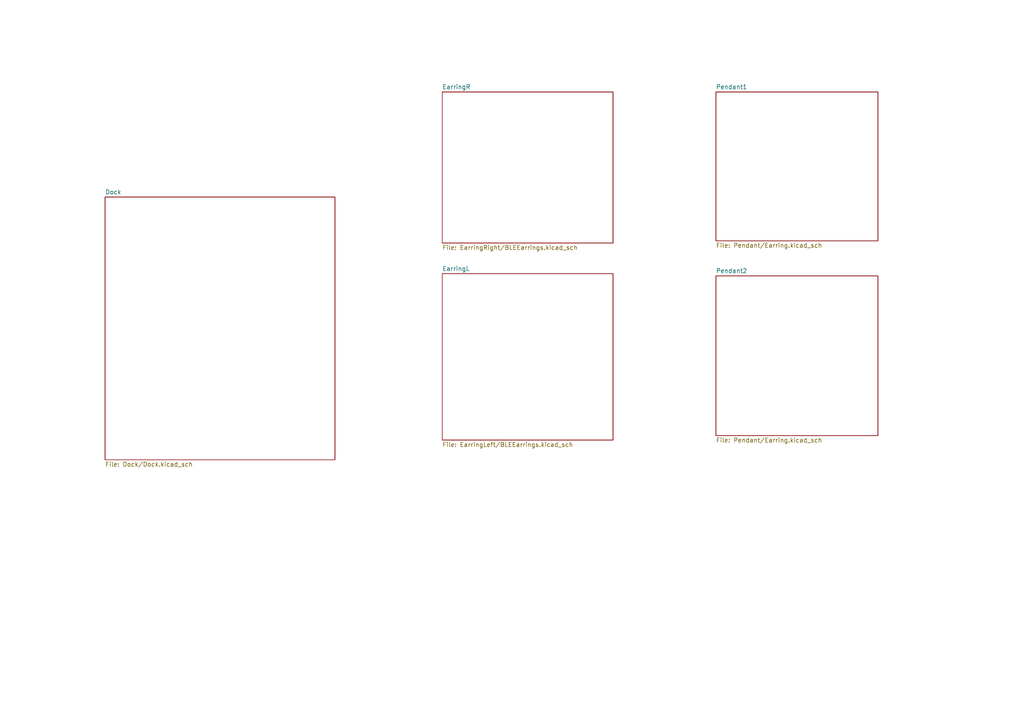
<source format=kicad_sch>
(kicad_sch (version 20230121) (generator eeschema)
  (paper "A4")
  (lib_symbols)
  (sheet (at 128.27 26.67) (size 49.53 43.815) (stroke (width 0.1524))
    (property "Sheetname" "EarringR" (at 128.27 25.9584 0) (effects (justify left bottom)))
    (property "Sheetfile" "EarringRight/BLEEarrings.kicad_sch" (at 128.27 71.0696 0) (effects (justify left top)))
  )
  (sheet (at 207.645 80.01) (size 46.99 46.355) (stroke (width 0.1524))
    (property "Sheetname" "Pendant2" (at 207.645 79.2984 0) (effects (justify left bottom)))
    (property "Sheetfile" "Pendant/Earring.kicad_sch" (at 207.645 126.9496 0) (effects (justify left top)))
  )
  (sheet (at 30.48 57.15) (size 66.675 76.2) (stroke (width 0.1524))
    (property "Sheetname" "Dock" (at 30.48 56.4384 0) (effects (justify left bottom)))
    (property "Sheetfile" "Dock/Dock.kicad_sch" (at 30.48 133.9346 0) (effects (justify left top)))
  )
  (sheet (at 207.645 26.67) (size 46.99 43.18) (stroke (width 0.1524))
    (property "Sheetname" "Pendant1" (at 207.645 25.9584 0) (effects (justify left bottom)))
    (property "Sheetfile" "Pendant/Earring.kicad_sch" (at 207.645 70.4346 0) (effects (justify left top)))
  )
  (sheet (at 128.27 79.375) (size 49.53 48.26) (stroke (width 0.1524))
    (property "Sheetname" "EarringL" (at 128.27 78.6634 0) (effects (justify left bottom)))
    (property "Sheetfile" "EarringLeft/BLEEarrings.kicad_sch" (at 128.27 128.2196 0) (effects (justify left top)))
  )
)
</source>
